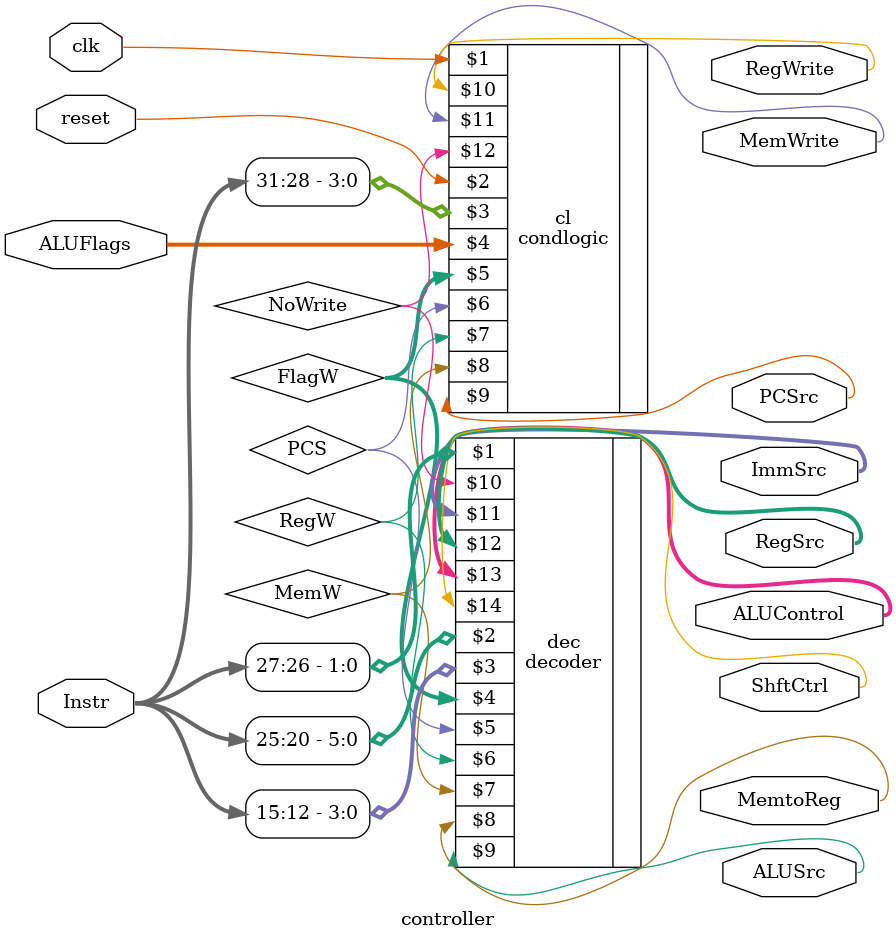
<source format=sv>

module controller(input logic         clk, reset,
                  input logic [31:12] Instr,
                  input logic [3:0]   ALUFlags,
                  output logic [1:0]  RegSrc,
                  output logic        RegWrite,
                  output logic [1:0]  ImmSrc,
                  output logic        ALUSrc,
                  output logic [1:0]  ALUControl,
                  output logic        MemWrite,
                                      MemtoReg,
                  output logic        PCSrc,
						output logic ShftCtrl);
  logic [1:0] FlagW;
  logic       PCS, RegW, MemW, NoWrite;
 decoder dec(Instr[27:26], Instr[25:20],
         Instr[15:12], FlagW, PCS, RegW, MemW,
         MemtoReg, ALUSrc, NoWrite, ImmSrc, RegSrc,
         ALUControl, ShftCtrl);
condlogic cl(clk, reset, Instr[31:28], ALUFlags,
             FlagW, PCS, RegW, MemW,
             PCSrc, RegWrite, MemWrite, NoWrite);
endmodule
</source>
